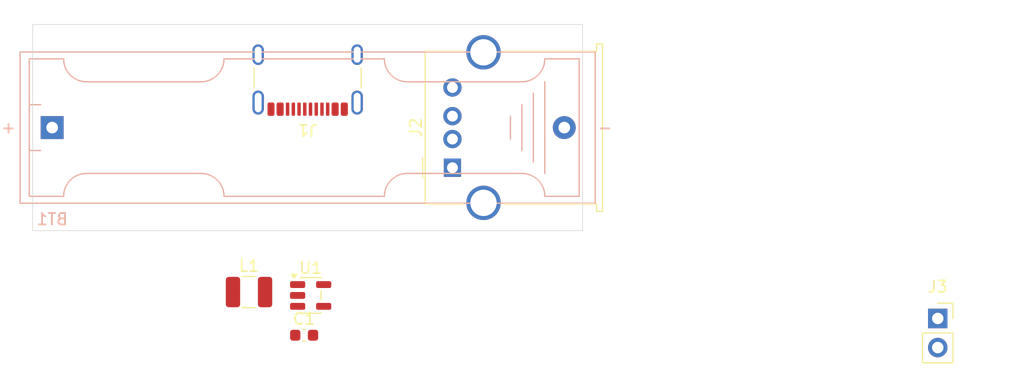
<source format=kicad_pcb>
(kicad_pcb (version 20241229) (generator "pcbnew") (generator_version "9.0")
  (layers (0 "F.Cu" signal) (2 "B.Cu" signal) (13 "F.Paste" user) (15 "B.Paste" user) (5 "F.SilkS" user "F.Silkscreen") (7 "B.SilkS" user "B.Silkscreen") (1 "F.Mask" user) (3 "B.Mask" user) (25 "Edge.Cuts" user))
  (net 0 "")
  (net 1 "+BATT")
  (net 2 "-BATT")
  (net 3 "Vout")
  (net 14 "Net-(U1-SW)")
  (footprint "Capacitor_SMD:C_0603_1608Metric" (layer "F.Cu") (at 99.6925 118.125)
    (property "Reference" "C1" (at 0 -1.43 0) (layer "F.SilkS"))
    (property "Value" "22u")
    (fp_line (start -0.14058 -0.51) (end 0.14058 -0.51) (stroke (width 0.12)) (layer "F.SilkS"))
    (fp_line (start -0.14058 0.51) (end 0.14058 0.51) (stroke (width 0.12)) (layer "F.SilkS"))
    (pad "1" smd roundrect (at -0.775 0) (size 0.9 0.95) (layers "F.Cu" "F.Mask" "F.Paste") (net 3 "Vout"))
    (pad "2" smd roundrect (at 0.775 0) (size 0.9 0.95) (layers "F.Cu" "F.Mask" "F.Paste") (net 2 "-BATT"))
  )
  (footprint "Connector_USB:USB_C_Receptacle_GCT_USB4105-xx-A_16P_TopMnt_Horizontal" (layer "F.Cu") (at 100 94.71 180)
    (property "Reference" "J1" (at 0 -5.5 180) (layer "F.SilkS"))
    (property "Value" "USB_C_Receptacle_USB2.0_16P")
    (fp_line (start 4.67 -0.1) (end 4.67 -1.8) (stroke (width 0.12)) (layer "F.SilkS"))
    (fp_line (start -4.67 -0.1) (end -4.67 -1.8) (stroke (width 0.12)) (layer "F.SilkS"))
    (pad "" np_thru_hole circle (at -2.89 -2.605 180) (size 0.65 0.65) (drill 0.65) (layers "*.Cu" "*.Mask"))
    (pad "" np_thru_hole circle (at 2.89 -2.605 180) (size 0.65 0.65) (drill 0.65) (layers "*.Cu" "*.Mask"))
    (pad "A1" smd roundrect (at -3.2 -3.68 180) (size 0.6 1.15) (layers "F.Cu" "F.Mask" "F.Paste") (net 2 "-BATT"))
    (pad "A4" smd roundrect (at -2.4 -3.68 180) (size 0.6 1.15) (layers "F.Cu" "F.Mask" "F.Paste") (net 3 "Vout"))
    (pad "A5" smd roundrect (at -1.25 -3.68 180) (size 0.3 1.15) (layers "F.Cu" "F.Mask" "F.Paste"))
    (pad "A6" smd roundrect (at -0.25 -3.68 180) (size 0.3 1.15) (layers "F.Cu" "F.Mask" "F.Paste"))
    (pad "A7" smd roundrect (at 0.25 -3.68 180) (size 0.3 1.15) (layers "F.Cu" "F.Mask" "F.Paste"))
    (pad "A8" smd roundrect (at 1.25 -3.68 180) (size 0.3 1.15) (layers "F.Cu" "F.Mask" "F.Paste"))
    (pad "A9" smd roundrect (at 2.4 -3.68 180) (size 0.6 1.15) (layers "F.Cu" "F.Mask" "F.Paste") (net 3 "Vout"))
    (pad "A12" smd roundrect (at 3.2 -3.68 180) (size 0.6 1.15) (layers "F.Cu" "F.Mask" "F.Paste") (net 2 "-BATT"))
    (pad "B1" smd roundrect (at 3.2 -3.68 180) (size 0.6 1.15) (layers "F.Cu" "F.Mask" "F.Paste") (net 2 "-BATT"))
    (pad "B4" smd roundrect (at 2.4 -3.68 180) (size 0.6 1.15) (layers "F.Cu" "F.Mask" "F.Paste") (net 3 "Vout"))
    (pad "B5" smd roundrect (at 1.75 -3.68 180) (size 0.3 1.15) (layers "F.Cu" "F.Mask" "F.Paste"))
    (pad "B6" smd roundrect (at 0.75 -3.68 180) (size 0.3 1.15) (layers "F.Cu" "F.Mask" "F.Paste"))
    (pad "B7" smd roundrect (at -0.75 -3.68 180) (size 0.3 1.15) (layers "F.Cu" "F.Mask" "F.Paste"))
    (pad "B8" smd roundrect (at -1.75 -3.68 180) (size 0.3 1.15) (layers "F.Cu" "F.Mask" "F.Paste"))
    (pad "B9" smd roundrect (at -2.4 -3.68 180) (size 0.6 1.15) (layers "F.Cu" "F.Mask" "F.Paste") (net 3 "Vout"))
    (pad "B12" smd roundrect (at -3.2 -3.68 180) (size 0.6 1.15) (layers "F.Cu" "F.Mask" "F.Paste") (net 2 "-BATT"))
    (pad "S1" thru_hole oval (at -4.32 -3.105 180) (size 1 2.1) (drill oval 0.6 1.7) (property pad_prop_heatsink) (layers "*.Cu" "*.Mask" "F.Paste") (net 2 "-BATT"))
    (pad "S1" thru_hole oval (at -4.32 1.075 180) (size 1 1.8) (drill oval 0.6 1.4) (property pad_prop_heatsink) (layers "*.Cu" "*.Mask" "F.Paste") (net 2 "-BATT"))
    (pad "S1" thru_hole oval (at 4.32 -3.105 180) (size 1 2.1) (drill oval 0.6 1.7) (property pad_prop_heatsink) (layers "*.Cu" "*.Mask" "F.Paste") (net 2 "-BATT"))
    (pad "S1" thru_hole oval (at 4.32 1.075 180) (size 1 1.8) (drill oval 0.6 1.4) (property pad_prop_heatsink) (layers "*.Cu" "*.Mask" "F.Paste") (net 2 "-BATT"))
  )
  (footprint "Inductor_SMD:L_1210_3225Metric" (layer "F.Cu") (at 94.8825 114.355)
    (property "Reference" "L1" (at 0 -2.28 0) (layer "F.SilkS"))
    (property "Value" "4u7")
    (fp_line (start -0.602064 -1.36) (end 0.602064 -1.36) (stroke (width 0.12)) (layer "F.SilkS"))
    (fp_line (start -0.602064 1.36) (end 0.602064 1.36) (stroke (width 0.12)) (layer "F.SilkS"))
    (pad "1" smd roundrect (at -1.4 0) (size 1.25 2.65) (layers "F.Cu" "F.Mask" "F.Paste") (roundrect_rratio 0.2) (net 1 "+BATT"))
    (pad "2" smd roundrect (at 1.4 0) (size 1.25 2.65) (layers "F.Cu" "F.Mask" "F.Paste") (roundrect_rratio 0.2) (net 14 "Net-(U1-SW)"))
  )
  (footprint "Connector_USB:USB_A_Molex_67643_Horizontal" (layer "F.Cu") (at 112.64 103.5 90)
    (property "Reference" "J2" (at 3.5 -3.19 90) (layer "F.SilkS"))
    (property "Value" "USB_A")
    (fp_line (start -0.9 -2.6) (end 0.9 -2.6) (stroke (width 0.12)) (layer "F.SilkS"))
    (fp_line (start 10.16 -2.38) (end 10.16 0.95) (stroke (width 0.12)) (layer "F.SilkS"))
    (fp_line (start -3.16 -2.38) (end 10.16 -2.38) (stroke (width 0.12)) (layer "F.SilkS"))
    (fp_line (start -3.16 -2.38) (end -3.16 0.95) (stroke (width 0.12)) (layer "F.SilkS"))
    (fp_line (start 10.16 4.47) (end 10.16 12.58) (stroke (width 0.12)) (layer "F.SilkS"))
    (fp_line (start 10.81 12.58) (end 10.16 12.58) (stroke (width 0.12)) (layer "F.SilkS"))
    (fp_line (start -3.16 12.58) (end -3.16 4.47) (stroke (width 0.12)) (layer "F.SilkS"))
    (fp_line (start -3.16 12.58) (end -3.81 12.58) (stroke (width 0.12)) (layer "F.SilkS"))
    (fp_line (start -3.81 12.58) (end -3.81 13.1) (stroke (width 0.12)) (layer "F.SilkS"))
    (fp_line (start 10.81 13.1) (end 10.81 12.58) (stroke (width 0.12)) (layer "F.SilkS"))
    (fp_line (start -3.81 13.1) (end 10.81 13.1) (stroke (width 0.12)) (layer "F.SilkS"))
    (pad "1" thru_hole rect (at 0 0 90) (size 1.6 1.5) (drill 0.95) (layers "*.Cu" "*.Mask") (net 3 "Vout"))
    (pad "2" thru_hole circle (at 2.5 0 90) (size 1.6 1.6) (drill 0.95) (layers "*.Cu" "*.Mask"))
    (pad "3" thru_hole circle (at 4.5 0 90) (size 1.6 1.6) (drill 0.95) (layers "*.Cu" "*.Mask"))
    (pad "4" thru_hole circle (at 7 0 90) (size 1.6 1.6) (drill 0.95) (layers "*.Cu" "*.Mask") (net 2 "-BATT"))
    (pad "5" thru_hole circle (at -3.07 2.71 90) (size 3 3) (drill 2.3) (layers "*.Cu" "*.Mask") (net 2 "-BATT"))
    (pad "5" thru_hole circle (at 10.07 2.71 90) (size 3 3) (drill 2.3) (layers "*.Cu" "*.Mask") (net 2 "-BATT"))
  )
  (footprint "Connector_PinSocket_2.54mm:PinSocket_1x02_P2.54mm_Vertical" (layer "F.Cu") (at 155 116.66)
    (property "Reference" "J3" (at 0 -2.77 0) (layer "F.SilkS"))
    (property "Value" "Conn_01x02_Socket")
    (fp_line (start -1.33 1.27) (end -1.33 3.87) (stroke (width 0.12)) (layer "F.SilkS"))
    (fp_line (start -1.33 1.27) (end 1.33 1.27) (stroke (width 0.12)) (layer "F.SilkS"))
    (fp_line (start -1.33 3.87) (end 1.33 3.87) (stroke (width 0.12)) (layer "F.SilkS"))
    (fp_line (start 0 -1.33) (end 1.33 -1.33) (stroke (width 0.12)) (layer "F.SilkS"))
    (fp_line (start 1.33 -1.33) (end 1.33 0) (stroke (width 0.12)) (layer "F.SilkS"))
    (fp_line (start 1.33 1.27) (end 1.33 3.87) (stroke (width 0.12)) (layer "F.SilkS"))
    (pad "1" thru_hole rect (at 0 0) (size 1.7 1.7) (drill 1) (layers "*.Cu" "*.Mask") (net 2 "-BATT"))
    (pad "2" thru_hole circle (at 0 2.54) (size 1.7 1.7) (drill 1) (layers "*.Cu" "*.Mask") (net 3 "Vout"))
  )
  (footprint "Package_TO_SOT_SMD:SOT-23-5" (layer "F.Cu") (at 100.2625 114.65)
    (property "Reference" "U1" (at 0 -2.4 0) (layer "F.SilkS"))
    (property "Value" "TPS613222ADBV")
    (fp_line (start -0.91 -1.56) (end 0.91 -1.56) (stroke (width 0.12)) (layer "F.SilkS"))
    (fp_line (start -0.91 -1.51) (end -0.91 -1.56) (stroke (width 0.12)) (layer "F.SilkS"))
    (fp_line (start -0.91 1.56) (end -0.91 1.51) (stroke (width 0.12)) (layer "F.SilkS"))
    (fp_line (start 0.91 -1.56) (end 0.91 -1.51) (stroke (width 0.12)) (layer "F.SilkS"))
    (fp_line (start 0.91 -0.39) (end 0.91 0.39) (stroke (width 0.12)) (layer "F.SilkS"))
    (fp_line (start 0.91 1.51) (end 0.91 1.56) (stroke (width 0.12)) (layer "F.SilkS"))
    (fp_line (start 0.91 1.56) (end -0.91 1.56) (stroke (width 0.12)) (layer "F.SilkS"))
    (fp_poly (pts (xy -1.45 -1.51) (xy -1.69 -1.84) (xy -1.21 -1.84)) (stroke (width 0.12)) (fill yes) (layer "F.SilkS"))
    (pad "1" smd roundrect (at -1.1375 -0.95) (size 1.325 0.6) (layers "F.Cu" "F.Mask" "F.Paste") (net 14 "Net-(U1-SW)"))
    (pad "2" smd roundrect (at -1.1375 0) (size 1.325 0.6) (layers "F.Cu" "F.Mask" "F.Paste") (net 2 "-BATT"))
    (pad "3" smd roundrect (at -1.1375 0.95) (size 1.325 0.6) (layers "F.Cu" "F.Mask" "F.Paste"))
    (pad "4" smd roundrect (at 1.1375 0.95) (size 1.325 0.6) (layers "F.Cu" "F.Mask" "F.Paste") (net 3 "Vout"))
    (pad "5" smd roundrect (at 1.1375 -0.95) (size 1.325 0.6) (layers "F.Cu" "F.Mask" "F.Paste"))
  )
  (footprint "Battery:BatteryHolder_Keystone_2466_1xAAA" (layer "B.Cu") (at 77.7 100)
    (property "Reference" "BT1" (at 0 8 0) (layer "B.SilkS") (effects (justify mirror)))
    (property "Value" "Battery_Cell")
    (fp_line (start -2.8 -6.6) (end 47.4 -6.6) (stroke (width 0.12)) (layer "B.SilkS"))
    (fp_line (start -2.8 6.6) (end -2.8 -6.6) (stroke (width 0.12)) (layer "B.SilkS"))
    (fp_line (start -2 -6) (end 1 -6) (stroke (width 0.12)) (layer "B.SilkS"))
    (fp_line (start -2 2) (end -1 2) (stroke (width 0.12)) (layer "B.SilkS"))
    (fp_line (start -2 6) (end -2 -6) (stroke (width 0.12)) (layer "B.SilkS"))
    (fp_line (start -2 6) (end 1 6) (stroke (width 0.12)) (layer "B.SilkS"))
    (fp_line (start -1 -2) (end -2 -2) (stroke (width 0.12)) (layer "B.SilkS"))
    (fp_line (start 3 -4) (end 13 -4) (stroke (width 0.12)) (layer "B.SilkS"))
    (fp_line (start 3 4) (end 13 4) (stroke (width 0.12)) (layer "B.SilkS"))
    (fp_line (start 15 -6) (end 29 -6) (stroke (width 0.12)) (layer "B.SilkS"))
    (fp_line (start 29 6) (end 15 6) (stroke (width 0.12)) (layer "B.SilkS"))
    (fp_line (start 40 1) (end 40 -1) (stroke (width 0.12)) (layer "B.SilkS"))
    (fp_line (start 41 -4) (end 31 -4) (stroke (width 0.12)) (layer "B.SilkS"))
    (fp_line (start 41 2) (end 41 -2) (stroke (width 0.12)) (layer "B.SilkS"))
    (fp_line (start 41 4) (end 31 4) (stroke (width 0.12)) (layer "B.SilkS"))
    (fp_line (start 42 -3) (end 42 3) (stroke (width 0.12)) (layer "B.SilkS"))
    (fp_line (start 43 4) (end 43 -4) (stroke (width 0.12)) (layer "B.SilkS"))
    (fp_line (start 46 -6) (end 43 -6) (stroke (width 0.12)) (layer "B.SilkS"))
    (fp_line (start 46 6) (end 43 6) (stroke (width 0.12)) (layer "B.SilkS"))
    (fp_line (start 46 6) (end 46 -6) (stroke (width 0.12)) (layer "B.SilkS"))
    (fp_line (start 47.4 -6.6) (end 47.4 6.6) (stroke (width 0.12)) (layer "B.SilkS"))
    (fp_line (start 47.4 6.6) (end -2.8 6.6) (stroke (width 0.12)) (layer "B.SilkS"))
    (fp_arc (start 1 6) (mid 1.585786 4.585786) (end 3 4) (stroke (width 0.12)) (layer "B.SilkS"))
    (fp_arc (start 3 -4) (mid 1.585786 -4.585786) (end 1 -6) (stroke (width 0.12)) (layer "B.SilkS"))
    (fp_arc (start 13 4) (mid 14.414214 4.585786) (end 15 6) (stroke (width 0.12)) (layer "B.SilkS"))
    (fp_arc (start 15 -6) (mid 14.414214 -4.585786) (end 13 -4) (stroke (width 0.12)) (layer "B.SilkS"))
    (fp_arc (start 29 6) (mid 29.585786 4.585786) (end 31 4) (stroke (width 0.12)) (layer "B.SilkS"))
    (fp_arc (start 31 -4) (mid 29.585786 -4.585786) (end 29 -6) (stroke (width 0.12)) (layer "B.SilkS"))
    (fp_arc (start 41 4) (mid 42.414214 4.585786) (end 43 6) (stroke (width 0.12)) (layer "B.SilkS"))
    (fp_arc (start 43 -6) (mid 42.414214 -4.585786) (end 41 -4) (stroke (width 0.12)) (layer "B.SilkS"))
    (fp_text user "-" (at 48.26 0 0) (layer "B.SilkS") (effects (justify mirror)))
    (fp_text user "+" (at -3.81 0 0) (layer "B.SilkS") (effects (justify mirror)))
    (pad "1" thru_hole rect (at 0 0) (size 2 2) (drill 1.02) (layers "*.Cu" "*.Mask") (net 1 "+BATT"))
    (pad "2" thru_hole circle (at 44.7 0) (size 2 2) (drill 1.02) (layers "*.Cu" "*.Mask") (net 2 "-BATT"))
  )
  (gr_line (start 124 91) (end 124 109) (stroke (width 0.05)) (layer "Edge.Cuts"))
  (gr_line (start 76 91) (end 76 109) (stroke (width 0.05)) (layer "Edge.Cuts"))
  (gr_line (start 124 91) (end 76 91) (stroke (width 0.05)) (layer "Edge.Cuts"))
  (gr_line (start 124 109) (end 76 109) (stroke (width 0.05)) (layer "Edge.Cuts"))
)
</source>
